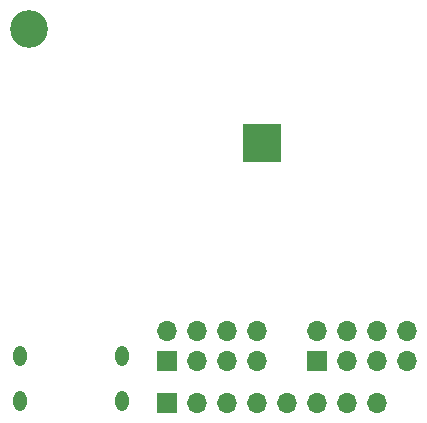
<source format=gbr>
%TF.GenerationSoftware,KiCad,Pcbnew,5.1.10*%
%TF.CreationDate,2021-05-31T03:58:19-05:00*%
%TF.ProjectId,airsensor,61697273-656e-4736-9f72-2e6b69636164,rev?*%
%TF.SameCoordinates,Original*%
%TF.FileFunction,Soldermask,Bot*%
%TF.FilePolarity,Negative*%
%FSLAX46Y46*%
G04 Gerber Fmt 4.6, Leading zero omitted, Abs format (unit mm)*
G04 Created by KiCad (PCBNEW 5.1.10) date 2021-05-31 03:58:19*
%MOMM*%
%LPD*%
G01*
G04 APERTURE LIST*
%ADD10O,1.110000X1.710000*%
%ADD11C,3.200000*%
%ADD12O,1.700000X1.700000*%
%ADD13R,1.700000X1.700000*%
%ADD14R,3.200000X3.200000*%
G04 APERTURE END LIST*
D10*
%TO.C,J1*%
X145798000Y-157822000D03*
X145798000Y-161622000D03*
X137158000Y-161622000D03*
X137158000Y-157822000D03*
%TD*%
D11*
%TO.C,H1*%
X137966000Y-130122000D03*
%TD*%
D12*
%TO.C,J3*%
X167386000Y-161798000D03*
X164846000Y-161798000D03*
X162306000Y-161798000D03*
X159766000Y-161798000D03*
X157226000Y-161798000D03*
X154686000Y-161798000D03*
X152146000Y-161798000D03*
D13*
X149606000Y-161798000D03*
%TD*%
D12*
%TO.C,J2*%
X157226000Y-155702000D03*
X157226000Y-158242000D03*
X154686000Y-155702000D03*
X154686000Y-158242000D03*
X152146000Y-155702000D03*
X152146000Y-158242000D03*
X149606000Y-155702000D03*
D13*
X149606000Y-158242000D03*
%TD*%
D14*
%TO.C,U2*%
X157680000Y-139757000D03*
%TD*%
D12*
%TO.C,J4*%
X169926000Y-155702000D03*
X169926000Y-158242000D03*
X167386000Y-155702000D03*
X167386000Y-158242000D03*
X164846000Y-155702000D03*
X164846000Y-158242000D03*
X162306000Y-155702000D03*
D13*
X162306000Y-158242000D03*
%TD*%
M02*

</source>
